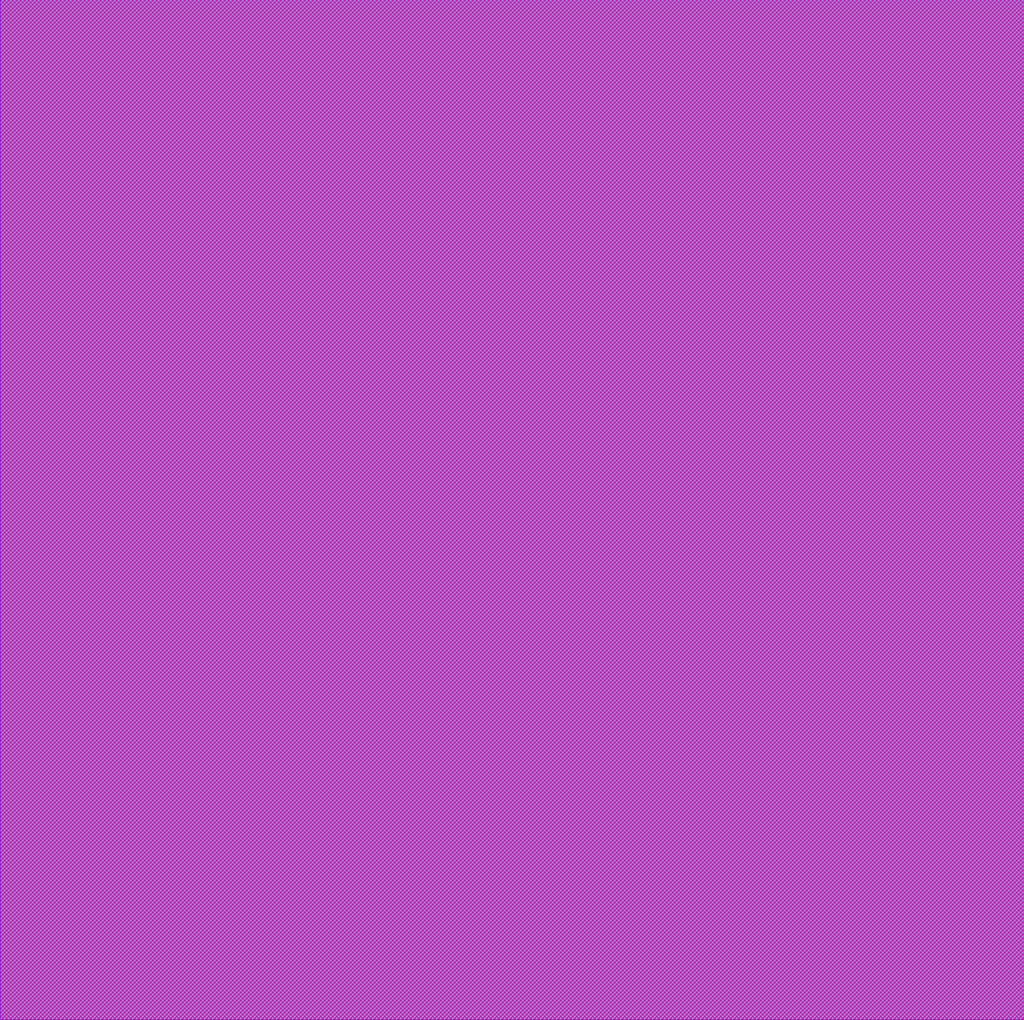
<source format=lef>
##
## LEF for PtnCells ;
## created by Innovus v19.17-s077_1 on Mon Mar 14 17:45:12 2022
##

VERSION 5.8 ;

BUSBITCHARS "[]" ;
DIVIDERCHAR "/" ;

MACRO fullchip
  CLASS BLOCK ;
  SIZE 697.600000 BY 695.000000 ;
  FOREIGN fullchip 0.000000 0.000000 ;
  ORIGIN 0 0 ;
  SYMMETRY X Y R90 ;
  PIN clk
    DIRECTION INPUT ;
    USE SIGNAL ;
    PORT
      LAYER M1 ;
        RECT 0.000000 347.355000 0.470000 347.445000 ;
    END
  END clk
  PIN sum_out[23]
    DIRECTION OUTPUT ;
    USE SIGNAL ;
  END sum_out[23]
  PIN sum_out[22]
    DIRECTION OUTPUT ;
    USE SIGNAL ;
  END sum_out[22]
  PIN sum_out[21]
    DIRECTION OUTPUT ;
    USE SIGNAL ;
  END sum_out[21]
  PIN sum_out[20]
    DIRECTION OUTPUT ;
    USE SIGNAL ;
  END sum_out[20]
  PIN sum_out[19]
    DIRECTION OUTPUT ;
    USE SIGNAL ;
  END sum_out[19]
  PIN sum_out[18]
    DIRECTION OUTPUT ;
    USE SIGNAL ;
  END sum_out[18]
  PIN sum_out[17]
    DIRECTION OUTPUT ;
    USE SIGNAL ;
  END sum_out[17]
  PIN sum_out[16]
    DIRECTION OUTPUT ;
    USE SIGNAL ;
  END sum_out[16]
  PIN sum_out[15]
    DIRECTION OUTPUT ;
    USE SIGNAL ;
  END sum_out[15]
  PIN sum_out[14]
    DIRECTION OUTPUT ;
    USE SIGNAL ;
  END sum_out[14]
  PIN sum_out[13]
    DIRECTION OUTPUT ;
    USE SIGNAL ;
  END sum_out[13]
  PIN sum_out[12]
    DIRECTION OUTPUT ;
    USE SIGNAL ;
  END sum_out[12]
  PIN sum_out[11]
    DIRECTION OUTPUT ;
    USE SIGNAL ;
  END sum_out[11]
  PIN sum_out[10]
    DIRECTION OUTPUT ;
    USE SIGNAL ;
  END sum_out[10]
  PIN sum_out[9]
    DIRECTION OUTPUT ;
    USE SIGNAL ;
  END sum_out[9]
  PIN sum_out[8]
    DIRECTION OUTPUT ;
    USE SIGNAL ;
  END sum_out[8]
  PIN sum_out[7]
    DIRECTION OUTPUT ;
    USE SIGNAL ;
  END sum_out[7]
  PIN sum_out[6]
    DIRECTION OUTPUT ;
    USE SIGNAL ;
  END sum_out[6]
  PIN sum_out[5]
    DIRECTION OUTPUT ;
    USE SIGNAL ;
  END sum_out[5]
  PIN sum_out[4]
    DIRECTION OUTPUT ;
    USE SIGNAL ;
  END sum_out[4]
  PIN sum_out[3]
    DIRECTION OUTPUT ;
    USE SIGNAL ;
  END sum_out[3]
  PIN sum_out[2]
    DIRECTION OUTPUT ;
    USE SIGNAL ;
  END sum_out[2]
  PIN sum_out[1]
    DIRECTION OUTPUT ;
    USE SIGNAL ;
  END sum_out[1]
  PIN sum_out[0]
    DIRECTION OUTPUT ;
    USE SIGNAL ;
  END sum_out[0]
  PIN mem_in[127]
    DIRECTION INPUT ;
    USE SIGNAL ;
  END mem_in[127]
  PIN mem_in[126]
    DIRECTION INPUT ;
    USE SIGNAL ;
  END mem_in[126]
  PIN mem_in[125]
    DIRECTION INPUT ;
    USE SIGNAL ;
  END mem_in[125]
  PIN mem_in[124]
    DIRECTION INPUT ;
    USE SIGNAL ;
  END mem_in[124]
  PIN mem_in[123]
    DIRECTION INPUT ;
    USE SIGNAL ;
  END mem_in[123]
  PIN mem_in[122]
    DIRECTION INPUT ;
    USE SIGNAL ;
  END mem_in[122]
  PIN mem_in[121]
    DIRECTION INPUT ;
    USE SIGNAL ;
  END mem_in[121]
  PIN mem_in[120]
    DIRECTION INPUT ;
    USE SIGNAL ;
  END mem_in[120]
  PIN mem_in[119]
    DIRECTION INPUT ;
    USE SIGNAL ;
  END mem_in[119]
  PIN mem_in[118]
    DIRECTION INPUT ;
    USE SIGNAL ;
  END mem_in[118]
  PIN mem_in[117]
    DIRECTION INPUT ;
    USE SIGNAL ;
  END mem_in[117]
  PIN mem_in[116]
    DIRECTION INPUT ;
    USE SIGNAL ;
  END mem_in[116]
  PIN mem_in[115]
    DIRECTION INPUT ;
    USE SIGNAL ;
  END mem_in[115]
  PIN mem_in[114]
    DIRECTION INPUT ;
    USE SIGNAL ;
  END mem_in[114]
  PIN mem_in[113]
    DIRECTION INPUT ;
    USE SIGNAL ;
  END mem_in[113]
  PIN mem_in[112]
    DIRECTION INPUT ;
    USE SIGNAL ;
  END mem_in[112]
  PIN mem_in[111]
    DIRECTION INPUT ;
    USE SIGNAL ;
  END mem_in[111]
  PIN mem_in[110]
    DIRECTION INPUT ;
    USE SIGNAL ;
  END mem_in[110]
  PIN mem_in[109]
    DIRECTION INPUT ;
    USE SIGNAL ;
  END mem_in[109]
  PIN mem_in[108]
    DIRECTION INPUT ;
    USE SIGNAL ;
  END mem_in[108]
  PIN mem_in[107]
    DIRECTION INPUT ;
    USE SIGNAL ;
  END mem_in[107]
  PIN mem_in[106]
    DIRECTION INPUT ;
    USE SIGNAL ;
  END mem_in[106]
  PIN mem_in[105]
    DIRECTION INPUT ;
    USE SIGNAL ;
  END mem_in[105]
  PIN mem_in[104]
    DIRECTION INPUT ;
    USE SIGNAL ;
  END mem_in[104]
  PIN mem_in[103]
    DIRECTION INPUT ;
    USE SIGNAL ;
  END mem_in[103]
  PIN mem_in[102]
    DIRECTION INPUT ;
    USE SIGNAL ;
  END mem_in[102]
  PIN mem_in[101]
    DIRECTION INPUT ;
    USE SIGNAL ;
  END mem_in[101]
  PIN mem_in[100]
    DIRECTION INPUT ;
    USE SIGNAL ;
  END mem_in[100]
  PIN mem_in[99]
    DIRECTION INPUT ;
    USE SIGNAL ;
  END mem_in[99]
  PIN mem_in[98]
    DIRECTION INPUT ;
    USE SIGNAL ;
  END mem_in[98]
  PIN mem_in[97]
    DIRECTION INPUT ;
    USE SIGNAL ;
  END mem_in[97]
  PIN mem_in[96]
    DIRECTION INPUT ;
    USE SIGNAL ;
  END mem_in[96]
  PIN mem_in[95]
    DIRECTION INPUT ;
    USE SIGNAL ;
  END mem_in[95]
  PIN mem_in[94]
    DIRECTION INPUT ;
    USE SIGNAL ;
  END mem_in[94]
  PIN mem_in[93]
    DIRECTION INPUT ;
    USE SIGNAL ;
  END mem_in[93]
  PIN mem_in[92]
    DIRECTION INPUT ;
    USE SIGNAL ;
  END mem_in[92]
  PIN mem_in[91]
    DIRECTION INPUT ;
    USE SIGNAL ;
  END mem_in[91]
  PIN mem_in[90]
    DIRECTION INPUT ;
    USE SIGNAL ;
  END mem_in[90]
  PIN mem_in[89]
    DIRECTION INPUT ;
    USE SIGNAL ;
  END mem_in[89]
  PIN mem_in[88]
    DIRECTION INPUT ;
    USE SIGNAL ;
  END mem_in[88]
  PIN mem_in[87]
    DIRECTION INPUT ;
    USE SIGNAL ;
  END mem_in[87]
  PIN mem_in[86]
    DIRECTION INPUT ;
    USE SIGNAL ;
  END mem_in[86]
  PIN mem_in[85]
    DIRECTION INPUT ;
    USE SIGNAL ;
  END mem_in[85]
  PIN mem_in[84]
    DIRECTION INPUT ;
    USE SIGNAL ;
  END mem_in[84]
  PIN mem_in[83]
    DIRECTION INPUT ;
    USE SIGNAL ;
  END mem_in[83]
  PIN mem_in[82]
    DIRECTION INPUT ;
    USE SIGNAL ;
  END mem_in[82]
  PIN mem_in[81]
    DIRECTION INPUT ;
    USE SIGNAL ;
  END mem_in[81]
  PIN mem_in[80]
    DIRECTION INPUT ;
    USE SIGNAL ;
  END mem_in[80]
  PIN mem_in[79]
    DIRECTION INPUT ;
    USE SIGNAL ;
  END mem_in[79]
  PIN mem_in[78]
    DIRECTION INPUT ;
    USE SIGNAL ;
  END mem_in[78]
  PIN mem_in[77]
    DIRECTION INPUT ;
    USE SIGNAL ;
  END mem_in[77]
  PIN mem_in[76]
    DIRECTION INPUT ;
    USE SIGNAL ;
  END mem_in[76]
  PIN mem_in[75]
    DIRECTION INPUT ;
    USE SIGNAL ;
  END mem_in[75]
  PIN mem_in[74]
    DIRECTION INPUT ;
    USE SIGNAL ;
  END mem_in[74]
  PIN mem_in[73]
    DIRECTION INPUT ;
    USE SIGNAL ;
  END mem_in[73]
  PIN mem_in[72]
    DIRECTION INPUT ;
    USE SIGNAL ;
  END mem_in[72]
  PIN mem_in[71]
    DIRECTION INPUT ;
    USE SIGNAL ;
  END mem_in[71]
  PIN mem_in[70]
    DIRECTION INPUT ;
    USE SIGNAL ;
  END mem_in[70]
  PIN mem_in[69]
    DIRECTION INPUT ;
    USE SIGNAL ;
  END mem_in[69]
  PIN mem_in[68]
    DIRECTION INPUT ;
    USE SIGNAL ;
  END mem_in[68]
  PIN mem_in[67]
    DIRECTION INPUT ;
    USE SIGNAL ;
  END mem_in[67]
  PIN mem_in[66]
    DIRECTION INPUT ;
    USE SIGNAL ;
  END mem_in[66]
  PIN mem_in[65]
    DIRECTION INPUT ;
    USE SIGNAL ;
  END mem_in[65]
  PIN mem_in[64]
    DIRECTION INPUT ;
    USE SIGNAL ;
  END mem_in[64]
  PIN mem_in[63]
    DIRECTION INPUT ;
    USE SIGNAL ;
  END mem_in[63]
  PIN mem_in[62]
    DIRECTION INPUT ;
    USE SIGNAL ;
  END mem_in[62]
  PIN mem_in[61]
    DIRECTION INPUT ;
    USE SIGNAL ;
  END mem_in[61]
  PIN mem_in[60]
    DIRECTION INPUT ;
    USE SIGNAL ;
  END mem_in[60]
  PIN mem_in[59]
    DIRECTION INPUT ;
    USE SIGNAL ;
  END mem_in[59]
  PIN mem_in[58]
    DIRECTION INPUT ;
    USE SIGNAL ;
  END mem_in[58]
  PIN mem_in[57]
    DIRECTION INPUT ;
    USE SIGNAL ;
  END mem_in[57]
  PIN mem_in[56]
    DIRECTION INPUT ;
    USE SIGNAL ;
  END mem_in[56]
  PIN mem_in[55]
    DIRECTION INPUT ;
    USE SIGNAL ;
  END mem_in[55]
  PIN mem_in[54]
    DIRECTION INPUT ;
    USE SIGNAL ;
  END mem_in[54]
  PIN mem_in[53]
    DIRECTION INPUT ;
    USE SIGNAL ;
  END mem_in[53]
  PIN mem_in[52]
    DIRECTION INPUT ;
    USE SIGNAL ;
  END mem_in[52]
  PIN mem_in[51]
    DIRECTION INPUT ;
    USE SIGNAL ;
  END mem_in[51]
  PIN mem_in[50]
    DIRECTION INPUT ;
    USE SIGNAL ;
  END mem_in[50]
  PIN mem_in[49]
    DIRECTION INPUT ;
    USE SIGNAL ;
  END mem_in[49]
  PIN mem_in[48]
    DIRECTION INPUT ;
    USE SIGNAL ;
  END mem_in[48]
  PIN mem_in[47]
    DIRECTION INPUT ;
    USE SIGNAL ;
  END mem_in[47]
  PIN mem_in[46]
    DIRECTION INPUT ;
    USE SIGNAL ;
  END mem_in[46]
  PIN mem_in[45]
    DIRECTION INPUT ;
    USE SIGNAL ;
  END mem_in[45]
  PIN mem_in[44]
    DIRECTION INPUT ;
    USE SIGNAL ;
  END mem_in[44]
  PIN mem_in[43]
    DIRECTION INPUT ;
    USE SIGNAL ;
  END mem_in[43]
  PIN mem_in[42]
    DIRECTION INPUT ;
    USE SIGNAL ;
  END mem_in[42]
  PIN mem_in[41]
    DIRECTION INPUT ;
    USE SIGNAL ;
  END mem_in[41]
  PIN mem_in[40]
    DIRECTION INPUT ;
    USE SIGNAL ;
  END mem_in[40]
  PIN mem_in[39]
    DIRECTION INPUT ;
    USE SIGNAL ;
  END mem_in[39]
  PIN mem_in[38]
    DIRECTION INPUT ;
    USE SIGNAL ;
  END mem_in[38]
  PIN mem_in[37]
    DIRECTION INPUT ;
    USE SIGNAL ;
  END mem_in[37]
  PIN mem_in[36]
    DIRECTION INPUT ;
    USE SIGNAL ;
  END mem_in[36]
  PIN mem_in[35]
    DIRECTION INPUT ;
    USE SIGNAL ;
  END mem_in[35]
  PIN mem_in[34]
    DIRECTION INPUT ;
    USE SIGNAL ;
  END mem_in[34]
  PIN mem_in[33]
    DIRECTION INPUT ;
    USE SIGNAL ;
  END mem_in[33]
  PIN mem_in[32]
    DIRECTION INPUT ;
    USE SIGNAL ;
  END mem_in[32]
  PIN mem_in[31]
    DIRECTION INPUT ;
    USE SIGNAL ;
  END mem_in[31]
  PIN mem_in[30]
    DIRECTION INPUT ;
    USE SIGNAL ;
  END mem_in[30]
  PIN mem_in[29]
    DIRECTION INPUT ;
    USE SIGNAL ;
  END mem_in[29]
  PIN mem_in[28]
    DIRECTION INPUT ;
    USE SIGNAL ;
  END mem_in[28]
  PIN mem_in[27]
    DIRECTION INPUT ;
    USE SIGNAL ;
  END mem_in[27]
  PIN mem_in[26]
    DIRECTION INPUT ;
    USE SIGNAL ;
  END mem_in[26]
  PIN mem_in[25]
    DIRECTION INPUT ;
    USE SIGNAL ;
  END mem_in[25]
  PIN mem_in[24]
    DIRECTION INPUT ;
    USE SIGNAL ;
  END mem_in[24]
  PIN mem_in[23]
    DIRECTION INPUT ;
    USE SIGNAL ;
  END mem_in[23]
  PIN mem_in[22]
    DIRECTION INPUT ;
    USE SIGNAL ;
  END mem_in[22]
  PIN mem_in[21]
    DIRECTION INPUT ;
    USE SIGNAL ;
  END mem_in[21]
  PIN mem_in[20]
    DIRECTION INPUT ;
    USE SIGNAL ;
  END mem_in[20]
  PIN mem_in[19]
    DIRECTION INPUT ;
    USE SIGNAL ;
  END mem_in[19]
  PIN mem_in[18]
    DIRECTION INPUT ;
    USE SIGNAL ;
  END mem_in[18]
  PIN mem_in[17]
    DIRECTION INPUT ;
    USE SIGNAL ;
  END mem_in[17]
  PIN mem_in[16]
    DIRECTION INPUT ;
    USE SIGNAL ;
  END mem_in[16]
  PIN mem_in[15]
    DIRECTION INPUT ;
    USE SIGNAL ;
  END mem_in[15]
  PIN mem_in[14]
    DIRECTION INPUT ;
    USE SIGNAL ;
  END mem_in[14]
  PIN mem_in[13]
    DIRECTION INPUT ;
    USE SIGNAL ;
  END mem_in[13]
  PIN mem_in[12]
    DIRECTION INPUT ;
    USE SIGNAL ;
  END mem_in[12]
  PIN mem_in[11]
    DIRECTION INPUT ;
    USE SIGNAL ;
  END mem_in[11]
  PIN mem_in[10]
    DIRECTION INPUT ;
    USE SIGNAL ;
  END mem_in[10]
  PIN mem_in[9]
    DIRECTION INPUT ;
    USE SIGNAL ;
  END mem_in[9]
  PIN mem_in[8]
    DIRECTION INPUT ;
    USE SIGNAL ;
  END mem_in[8]
  PIN mem_in[7]
    DIRECTION INPUT ;
    USE SIGNAL ;
  END mem_in[7]
  PIN mem_in[6]
    DIRECTION INPUT ;
    USE SIGNAL ;
  END mem_in[6]
  PIN mem_in[5]
    DIRECTION INPUT ;
    USE SIGNAL ;
  END mem_in[5]
  PIN mem_in[4]
    DIRECTION INPUT ;
    USE SIGNAL ;
  END mem_in[4]
  PIN mem_in[3]
    DIRECTION INPUT ;
    USE SIGNAL ;
  END mem_in[3]
  PIN mem_in[2]
    DIRECTION INPUT ;
    USE SIGNAL ;
  END mem_in[2]
  PIN mem_in[1]
    DIRECTION INPUT ;
    USE SIGNAL ;
  END mem_in[1]
  PIN mem_in[0]
    DIRECTION INPUT ;
    USE SIGNAL ;
  END mem_in[0]
  PIN out[159]
    DIRECTION OUTPUT ;
    USE SIGNAL ;
  END out[159]
  PIN out[158]
    DIRECTION OUTPUT ;
    USE SIGNAL ;
  END out[158]
  PIN out[157]
    DIRECTION OUTPUT ;
    USE SIGNAL ;
  END out[157]
  PIN out[156]
    DIRECTION OUTPUT ;
    USE SIGNAL ;
  END out[156]
  PIN out[155]
    DIRECTION OUTPUT ;
    USE SIGNAL ;
  END out[155]
  PIN out[154]
    DIRECTION OUTPUT ;
    USE SIGNAL ;
  END out[154]
  PIN out[153]
    DIRECTION OUTPUT ;
    USE SIGNAL ;
  END out[153]
  PIN out[152]
    DIRECTION OUTPUT ;
    USE SIGNAL ;
  END out[152]
  PIN out[151]
    DIRECTION OUTPUT ;
    USE SIGNAL ;
  END out[151]
  PIN out[150]
    DIRECTION OUTPUT ;
    USE SIGNAL ;
  END out[150]
  PIN out[149]
    DIRECTION OUTPUT ;
    USE SIGNAL ;
  END out[149]
  PIN out[148]
    DIRECTION OUTPUT ;
    USE SIGNAL ;
  END out[148]
  PIN out[147]
    DIRECTION OUTPUT ;
    USE SIGNAL ;
  END out[147]
  PIN out[146]
    DIRECTION OUTPUT ;
    USE SIGNAL ;
  END out[146]
  PIN out[145]
    DIRECTION OUTPUT ;
    USE SIGNAL ;
  END out[145]
  PIN out[144]
    DIRECTION OUTPUT ;
    USE SIGNAL ;
  END out[144]
  PIN out[143]
    DIRECTION OUTPUT ;
    USE SIGNAL ;
  END out[143]
  PIN out[142]
    DIRECTION OUTPUT ;
    USE SIGNAL ;
  END out[142]
  PIN out[141]
    DIRECTION OUTPUT ;
    USE SIGNAL ;
  END out[141]
  PIN out[140]
    DIRECTION OUTPUT ;
    USE SIGNAL ;
  END out[140]
  PIN out[139]
    DIRECTION OUTPUT ;
    USE SIGNAL ;
  END out[139]
  PIN out[138]
    DIRECTION OUTPUT ;
    USE SIGNAL ;
  END out[138]
  PIN out[137]
    DIRECTION OUTPUT ;
    USE SIGNAL ;
  END out[137]
  PIN out[136]
    DIRECTION OUTPUT ;
    USE SIGNAL ;
  END out[136]
  PIN out[135]
    DIRECTION OUTPUT ;
    USE SIGNAL ;
  END out[135]
  PIN out[134]
    DIRECTION OUTPUT ;
    USE SIGNAL ;
  END out[134]
  PIN out[133]
    DIRECTION OUTPUT ;
    USE SIGNAL ;
  END out[133]
  PIN out[132]
    DIRECTION OUTPUT ;
    USE SIGNAL ;
  END out[132]
  PIN out[131]
    DIRECTION OUTPUT ;
    USE SIGNAL ;
  END out[131]
  PIN out[130]
    DIRECTION OUTPUT ;
    USE SIGNAL ;
  END out[130]
  PIN out[129]
    DIRECTION OUTPUT ;
    USE SIGNAL ;
  END out[129]
  PIN out[128]
    DIRECTION OUTPUT ;
    USE SIGNAL ;
  END out[128]
  PIN out[127]
    DIRECTION OUTPUT ;
    USE SIGNAL ;
  END out[127]
  PIN out[126]
    DIRECTION OUTPUT ;
    USE SIGNAL ;
  END out[126]
  PIN out[125]
    DIRECTION OUTPUT ;
    USE SIGNAL ;
  END out[125]
  PIN out[124]
    DIRECTION OUTPUT ;
    USE SIGNAL ;
  END out[124]
  PIN out[123]
    DIRECTION OUTPUT ;
    USE SIGNAL ;
  END out[123]
  PIN out[122]
    DIRECTION OUTPUT ;
    USE SIGNAL ;
  END out[122]
  PIN out[121]
    DIRECTION OUTPUT ;
    USE SIGNAL ;
  END out[121]
  PIN out[120]
    DIRECTION OUTPUT ;
    USE SIGNAL ;
  END out[120]
  PIN out[119]
    DIRECTION OUTPUT ;
    USE SIGNAL ;
  END out[119]
  PIN out[118]
    DIRECTION OUTPUT ;
    USE SIGNAL ;
  END out[118]
  PIN out[117]
    DIRECTION OUTPUT ;
    USE SIGNAL ;
  END out[117]
  PIN out[116]
    DIRECTION OUTPUT ;
    USE SIGNAL ;
  END out[116]
  PIN out[115]
    DIRECTION OUTPUT ;
    USE SIGNAL ;
  END out[115]
  PIN out[114]
    DIRECTION OUTPUT ;
    USE SIGNAL ;
  END out[114]
  PIN out[113]
    DIRECTION OUTPUT ;
    USE SIGNAL ;
  END out[113]
  PIN out[112]
    DIRECTION OUTPUT ;
    USE SIGNAL ;
  END out[112]
  PIN out[111]
    DIRECTION OUTPUT ;
    USE SIGNAL ;
  END out[111]
  PIN out[110]
    DIRECTION OUTPUT ;
    USE SIGNAL ;
  END out[110]
  PIN out[109]
    DIRECTION OUTPUT ;
    USE SIGNAL ;
  END out[109]
  PIN out[108]
    DIRECTION OUTPUT ;
    USE SIGNAL ;
  END out[108]
  PIN out[107]
    DIRECTION OUTPUT ;
    USE SIGNAL ;
  END out[107]
  PIN out[106]
    DIRECTION OUTPUT ;
    USE SIGNAL ;
  END out[106]
  PIN out[105]
    DIRECTION OUTPUT ;
    USE SIGNAL ;
  END out[105]
  PIN out[104]
    DIRECTION OUTPUT ;
    USE SIGNAL ;
  END out[104]
  PIN out[103]
    DIRECTION OUTPUT ;
    USE SIGNAL ;
  END out[103]
  PIN out[102]
    DIRECTION OUTPUT ;
    USE SIGNAL ;
  END out[102]
  PIN out[101]
    DIRECTION OUTPUT ;
    USE SIGNAL ;
  END out[101]
  PIN out[100]
    DIRECTION OUTPUT ;
    USE SIGNAL ;
  END out[100]
  PIN out[99]
    DIRECTION OUTPUT ;
    USE SIGNAL ;
  END out[99]
  PIN out[98]
    DIRECTION OUTPUT ;
    USE SIGNAL ;
  END out[98]
  PIN out[97]
    DIRECTION OUTPUT ;
    USE SIGNAL ;
  END out[97]
  PIN out[96]
    DIRECTION OUTPUT ;
    USE SIGNAL ;
  END out[96]
  PIN out[95]
    DIRECTION OUTPUT ;
    USE SIGNAL ;
  END out[95]
  PIN out[94]
    DIRECTION OUTPUT ;
    USE SIGNAL ;
  END out[94]
  PIN out[93]
    DIRECTION OUTPUT ;
    USE SIGNAL ;
  END out[93]
  PIN out[92]
    DIRECTION OUTPUT ;
    USE SIGNAL ;
  END out[92]
  PIN out[91]
    DIRECTION OUTPUT ;
    USE SIGNAL ;
  END out[91]
  PIN out[90]
    DIRECTION OUTPUT ;
    USE SIGNAL ;
  END out[90]
  PIN out[89]
    DIRECTION OUTPUT ;
    USE SIGNAL ;
  END out[89]
  PIN out[88]
    DIRECTION OUTPUT ;
    USE SIGNAL ;
  END out[88]
  PIN out[87]
    DIRECTION OUTPUT ;
    USE SIGNAL ;
  END out[87]
  PIN out[86]
    DIRECTION OUTPUT ;
    USE SIGNAL ;
  END out[86]
  PIN out[85]
    DIRECTION OUTPUT ;
    USE SIGNAL ;
  END out[85]
  PIN out[84]
    DIRECTION OUTPUT ;
    USE SIGNAL ;
  END out[84]
  PIN out[83]
    DIRECTION OUTPUT ;
    USE SIGNAL ;
  END out[83]
  PIN out[82]
    DIRECTION OUTPUT ;
    USE SIGNAL ;
  END out[82]
  PIN out[81]
    DIRECTION OUTPUT ;
    USE SIGNAL ;
  END out[81]
  PIN out[80]
    DIRECTION OUTPUT ;
    USE SIGNAL ;
  END out[80]
  PIN out[79]
    DIRECTION OUTPUT ;
    USE SIGNAL ;
  END out[79]
  PIN out[78]
    DIRECTION OUTPUT ;
    USE SIGNAL ;
  END out[78]
  PIN out[77]
    DIRECTION OUTPUT ;
    USE SIGNAL ;
  END out[77]
  PIN out[76]
    DIRECTION OUTPUT ;
    USE SIGNAL ;
  END out[76]
  PIN out[75]
    DIRECTION OUTPUT ;
    USE SIGNAL ;
  END out[75]
  PIN out[74]
    DIRECTION OUTPUT ;
    USE SIGNAL ;
  END out[74]
  PIN out[73]
    DIRECTION OUTPUT ;
    USE SIGNAL ;
  END out[73]
  PIN out[72]
    DIRECTION OUTPUT ;
    USE SIGNAL ;
  END out[72]
  PIN out[71]
    DIRECTION OUTPUT ;
    USE SIGNAL ;
  END out[71]
  PIN out[70]
    DIRECTION OUTPUT ;
    USE SIGNAL ;
  END out[70]
  PIN out[69]
    DIRECTION OUTPUT ;
    USE SIGNAL ;
  END out[69]
  PIN out[68]
    DIRECTION OUTPUT ;
    USE SIGNAL ;
  END out[68]
  PIN out[67]
    DIRECTION OUTPUT ;
    USE SIGNAL ;
  END out[67]
  PIN out[66]
    DIRECTION OUTPUT ;
    USE SIGNAL ;
  END out[66]
  PIN out[65]
    DIRECTION OUTPUT ;
    USE SIGNAL ;
  END out[65]
  PIN out[64]
    DIRECTION OUTPUT ;
    USE SIGNAL ;
  END out[64]
  PIN out[63]
    DIRECTION OUTPUT ;
    USE SIGNAL ;
  END out[63]
  PIN out[62]
    DIRECTION OUTPUT ;
    USE SIGNAL ;
  END out[62]
  PIN out[61]
    DIRECTION OUTPUT ;
    USE SIGNAL ;
  END out[61]
  PIN out[60]
    DIRECTION OUTPUT ;
    USE SIGNAL ;
  END out[60]
  PIN out[59]
    DIRECTION OUTPUT ;
    USE SIGNAL ;
  END out[59]
  PIN out[58]
    DIRECTION OUTPUT ;
    USE SIGNAL ;
  END out[58]
  PIN out[57]
    DIRECTION OUTPUT ;
    USE SIGNAL ;
  END out[57]
  PIN out[56]
    DIRECTION OUTPUT ;
    USE SIGNAL ;
  END out[56]
  PIN out[55]
    DIRECTION OUTPUT ;
    USE SIGNAL ;
  END out[55]
  PIN out[54]
    DIRECTION OUTPUT ;
    USE SIGNAL ;
  END out[54]
  PIN out[53]
    DIRECTION OUTPUT ;
    USE SIGNAL ;
  END out[53]
  PIN out[52]
    DIRECTION OUTPUT ;
    USE SIGNAL ;
  END out[52]
  PIN out[51]
    DIRECTION OUTPUT ;
    USE SIGNAL ;
  END out[51]
  PIN out[50]
    DIRECTION OUTPUT ;
    USE SIGNAL ;
  END out[50]
  PIN out[49]
    DIRECTION OUTPUT ;
    USE SIGNAL ;
  END out[49]
  PIN out[48]
    DIRECTION OUTPUT ;
    USE SIGNAL ;
  END out[48]
  PIN out[47]
    DIRECTION OUTPUT ;
    USE SIGNAL ;
  END out[47]
  PIN out[46]
    DIRECTION OUTPUT ;
    USE SIGNAL ;
  END out[46]
  PIN out[45]
    DIRECTION OUTPUT ;
    USE SIGNAL ;
  END out[45]
  PIN out[44]
    DIRECTION OUTPUT ;
    USE SIGNAL ;
  END out[44]
  PIN out[43]
    DIRECTION OUTPUT ;
    USE SIGNAL ;
  END out[43]
  PIN out[42]
    DIRECTION OUTPUT ;
    USE SIGNAL ;
  END out[42]
  PIN out[41]
    DIRECTION OUTPUT ;
    USE SIGNAL ;
  END out[41]
  PIN out[40]
    DIRECTION OUTPUT ;
    USE SIGNAL ;
  END out[40]
  PIN out[39]
    DIRECTION OUTPUT ;
    USE SIGNAL ;
  END out[39]
  PIN out[38]
    DIRECTION OUTPUT ;
    USE SIGNAL ;
  END out[38]
  PIN out[37]
    DIRECTION OUTPUT ;
    USE SIGNAL ;
  END out[37]
  PIN out[36]
    DIRECTION OUTPUT ;
    USE SIGNAL ;
  END out[36]
  PIN out[35]
    DIRECTION OUTPUT ;
    USE SIGNAL ;
  END out[35]
  PIN out[34]
    DIRECTION OUTPUT ;
    USE SIGNAL ;
  END out[34]
  PIN out[33]
    DIRECTION OUTPUT ;
    USE SIGNAL ;
  END out[33]
  PIN out[32]
    DIRECTION OUTPUT ;
    USE SIGNAL ;
  END out[32]
  PIN out[31]
    DIRECTION OUTPUT ;
    USE SIGNAL ;
  END out[31]
  PIN out[30]
    DIRECTION OUTPUT ;
    USE SIGNAL ;
  END out[30]
  PIN out[29]
    DIRECTION OUTPUT ;
    USE SIGNAL ;
  END out[29]
  PIN out[28]
    DIRECTION OUTPUT ;
    USE SIGNAL ;
  END out[28]
  PIN out[27]
    DIRECTION OUTPUT ;
    USE SIGNAL ;
  END out[27]
  PIN out[26]
    DIRECTION OUTPUT ;
    USE SIGNAL ;
  END out[26]
  PIN out[25]
    DIRECTION OUTPUT ;
    USE SIGNAL ;
  END out[25]
  PIN out[24]
    DIRECTION OUTPUT ;
    USE SIGNAL ;
  END out[24]
  PIN out[23]
    DIRECTION OUTPUT ;
    USE SIGNAL ;
  END out[23]
  PIN out[22]
    DIRECTION OUTPUT ;
    USE SIGNAL ;
  END out[22]
  PIN out[21]
    DIRECTION OUTPUT ;
    USE SIGNAL ;
  END out[21]
  PIN out[20]
    DIRECTION OUTPUT ;
    USE SIGNAL ;
  END out[20]
  PIN out[19]
    DIRECTION OUTPUT ;
    USE SIGNAL ;
  END out[19]
  PIN out[18]
    DIRECTION OUTPUT ;
    USE SIGNAL ;
  END out[18]
  PIN out[17]
    DIRECTION OUTPUT ;
    USE SIGNAL ;
  END out[17]
  PIN out[16]
    DIRECTION OUTPUT ;
    USE SIGNAL ;
  END out[16]
  PIN out[15]
    DIRECTION OUTPUT ;
    USE SIGNAL ;
  END out[15]
  PIN out[14]
    DIRECTION OUTPUT ;
    USE SIGNAL ;
  END out[14]
  PIN out[13]
    DIRECTION OUTPUT ;
    USE SIGNAL ;
  END out[13]
  PIN out[12]
    DIRECTION OUTPUT ;
    USE SIGNAL ;
  END out[12]
  PIN out[11]
    DIRECTION OUTPUT ;
    USE SIGNAL ;
  END out[11]
  PIN out[10]
    DIRECTION OUTPUT ;
    USE SIGNAL ;
  END out[10]
  PIN out[9]
    DIRECTION OUTPUT ;
    USE SIGNAL ;
  END out[9]
  PIN out[8]
    DIRECTION OUTPUT ;
    USE SIGNAL ;
  END out[8]
  PIN out[7]
    DIRECTION OUTPUT ;
    USE SIGNAL ;
  END out[7]
  PIN out[6]
    DIRECTION OUTPUT ;
    USE SIGNAL ;
  END out[6]
  PIN out[5]
    DIRECTION OUTPUT ;
    USE SIGNAL ;
    PORT
      LAYER M1 ;
        RECT 697.130000 343.555000 697.600000 343.645000 ;
    END
  END out[5]
  PIN out[4]
    DIRECTION OUTPUT ;
    USE SIGNAL ;
    PORT
      LAYER M1 ;
        RECT 697.130000 345.155000 697.600000 345.245000 ;
    END
  END out[4]
  PIN out[3]
    DIRECTION OUTPUT ;
    USE SIGNAL ;
    PORT
      LAYER M1 ;
        RECT 697.130000 346.755000 697.600000 346.845000 ;
    END
  END out[3]
  PIN out[2]
    DIRECTION OUTPUT ;
    USE SIGNAL ;
    PORT
      LAYER M1 ;
        RECT 697.130000 348.355000 697.600000 348.445000 ;
    END
  END out[2]
  PIN out[1]
    DIRECTION OUTPUT ;
    USE SIGNAL ;
    PORT
      LAYER M1 ;
        RECT 697.130000 349.955000 697.600000 350.045000 ;
    END
  END out[1]
  PIN out[0]
    DIRECTION OUTPUT ;
    USE SIGNAL ;
    PORT
      LAYER M1 ;
        RECT 697.130000 351.555000 697.600000 351.645000 ;
    END
  END out[0]
  PIN inst[16]
    DIRECTION INPUT ;
    USE SIGNAL ;
  END inst[16]
  PIN inst[15]
    DIRECTION INPUT ;
    USE SIGNAL ;
  END inst[15]
  PIN inst[14]
    DIRECTION INPUT ;
    USE SIGNAL ;
  END inst[14]
  PIN inst[13]
    DIRECTION INPUT ;
    USE SIGNAL ;
  END inst[13]
  PIN inst[12]
    DIRECTION INPUT ;
    USE SIGNAL ;
  END inst[12]
  PIN inst[11]
    DIRECTION INPUT ;
    USE SIGNAL ;
  END inst[11]
  PIN inst[10]
    DIRECTION INPUT ;
    USE SIGNAL ;
  END inst[10]
  PIN inst[9]
    DIRECTION INPUT ;
    USE SIGNAL ;
  END inst[9]
  PIN inst[8]
    DIRECTION INPUT ;
    USE SIGNAL ;
  END inst[8]
  PIN inst[7]
    DIRECTION INPUT ;
    USE SIGNAL ;
  END inst[7]
  PIN inst[6]
    DIRECTION INPUT ;
    USE SIGNAL ;
  END inst[6]
  PIN inst[5]
    DIRECTION INPUT ;
    USE SIGNAL ;
  END inst[5]
  PIN inst[4]
    DIRECTION INPUT ;
    USE SIGNAL ;
  END inst[4]
  PIN inst[3]
    DIRECTION INPUT ;
    USE SIGNAL ;
  END inst[3]
  PIN inst[2]
    DIRECTION INPUT ;
    USE SIGNAL ;
  END inst[2]
  PIN inst[1]
    DIRECTION INPUT ;
    USE SIGNAL ;
  END inst[1]
  PIN inst[0]
    DIRECTION INPUT ;
    USE SIGNAL ;
  END inst[0]
  PIN reset
    DIRECTION INPUT ;
    USE SIGNAL ;
  END reset
  OBS
    LAYER M1 ;
      RECT 0.000000 351.735000 697.600000 695.000000 ;
      RECT 0.000000 351.465000 697.020000 351.735000 ;
      RECT 0.000000 350.135000 697.600000 351.465000 ;
      RECT 0.000000 349.865000 697.020000 350.135000 ;
      RECT 0.000000 348.535000 697.600000 349.865000 ;
      RECT 0.000000 348.265000 697.020000 348.535000 ;
      RECT 0.000000 347.535000 697.600000 348.265000 ;
      RECT 0.580000 347.265000 697.600000 347.535000 ;
      RECT 0.000000 346.935000 697.600000 347.265000 ;
      RECT 0.000000 346.665000 697.020000 346.935000 ;
      RECT 0.000000 345.335000 697.600000 346.665000 ;
      RECT 0.000000 345.065000 697.020000 345.335000 ;
      RECT 0.000000 343.735000 697.600000 345.065000 ;
      RECT 0.000000 343.465000 697.020000 343.735000 ;
      RECT 0.000000 0.000000 697.600000 343.465000 ;
    LAYER M2 ;
      RECT 0.000000 0.000000 697.600000 695.000000 ;
    LAYER M3 ;
      RECT 0.000000 0.000000 697.600000 695.000000 ;
    LAYER M4 ;
      RECT 0.000000 0.000000 697.600000 695.000000 ;
    LAYER M5 ;
      RECT 0.000000 0.000000 697.600000 695.000000 ;
    LAYER M6 ;
      RECT 0.000000 0.000000 697.600000 695.000000 ;
    LAYER M7 ;
      RECT 0.000000 0.000000 697.600000 695.000000 ;
    LAYER M8 ;
      RECT 0.000000 0.000000 697.600000 695.000000 ;
  END
END fullchip

END LIBRARY

</source>
